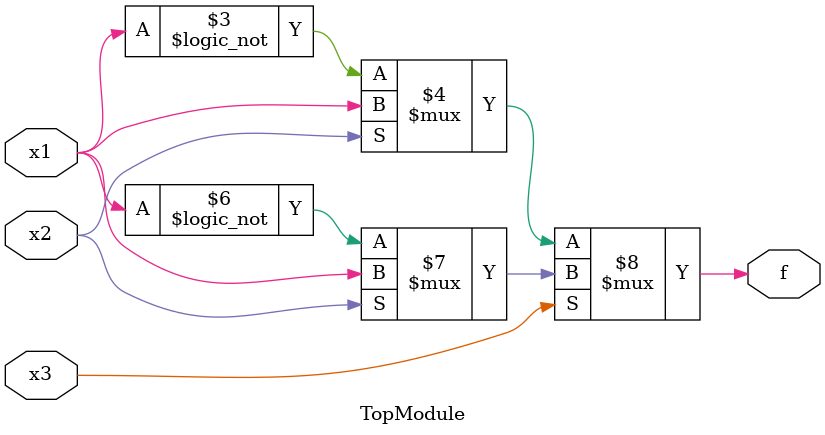
<source format=sv>

module TopModule (
  input x3,
  input x2,
  input x1,
  output f
);

  assign f = (!x3) ? ((!x2) ? (!x1) : (x1)) : ((!x2) ? (!x1) : (x1));

endmodule

// VERILOG-EVAL: abnormal backticks count
// VERILOG-EVAL: errant inclusion of module definition

</source>
